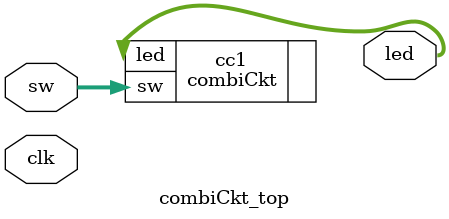
<source format=v>
`timescale 1ns / 1ps


module combiCkt_top(
        input              clk,
        input       [7:0]  sw,
        output      [7:0]  led
        );
        reg [27:0] pClk;
                
         //clk prescaler
        initial
        begin
            pClk = 27'd0;
        end
        
        always@(posedge clk)
        begin
            pClk = pClk + 27'h1;
            
            if(pClk == 27'd100000000)
                pClk = 27'd0;
        end
        
        combiCkt cc1(.sw(sw[7:0]),.led(led[7:0]));
    
endmodule

</source>
